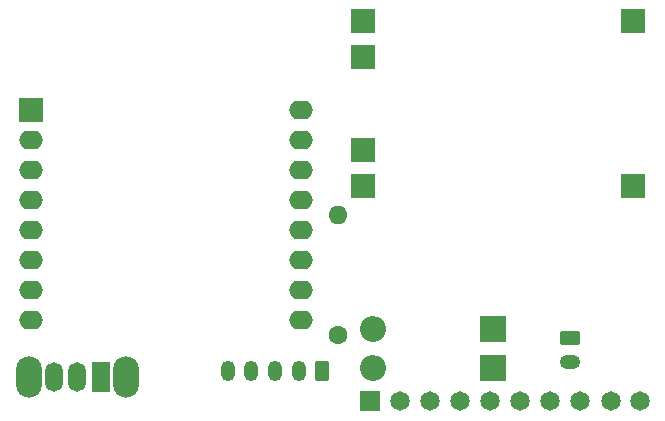
<source format=gbr>
%TF.GenerationSoftware,KiCad,Pcbnew,(6.0.2)*%
%TF.CreationDate,2022-05-25T22:27:01-04:00*%
%TF.ProjectId,breakout_slime,62726561-6b6f-4757-945f-736c696d652e,v0.1.4*%
%TF.SameCoordinates,Original*%
%TF.FileFunction,Soldermask,Top*%
%TF.FilePolarity,Negative*%
%FSLAX46Y46*%
G04 Gerber Fmt 4.6, Leading zero omitted, Abs format (unit mm)*
G04 Created by KiCad (PCBNEW (6.0.2)) date 2022-05-25 22:27:01*
%MOMM*%
%LPD*%
G01*
G04 APERTURE LIST*
G04 Aperture macros list*
%AMRoundRect*
0 Rectangle with rounded corners*
0 $1 Rounding radius*
0 $2 $3 $4 $5 $6 $7 $8 $9 X,Y pos of 4 corners*
0 Add a 4 corners polygon primitive as box body*
4,1,4,$2,$3,$4,$5,$6,$7,$8,$9,$2,$3,0*
0 Add four circle primitives for the rounded corners*
1,1,$1+$1,$2,$3*
1,1,$1+$1,$4,$5*
1,1,$1+$1,$6,$7*
1,1,$1+$1,$8,$9*
0 Add four rect primitives between the rounded corners*
20,1,$1+$1,$2,$3,$4,$5,0*
20,1,$1+$1,$4,$5,$6,$7,0*
20,1,$1+$1,$6,$7,$8,$9,0*
20,1,$1+$1,$8,$9,$2,$3,0*%
G04 Aperture macros list end*
%ADD10C,1.600000*%
%ADD11O,1.600000X1.600000*%
%ADD12C,1.651000*%
%ADD13R,1.651000X1.651000*%
%ADD14R,2.000000X2.000000*%
%ADD15O,2.000000X1.600000*%
%ADD16R,2.200000X2.200000*%
%ADD17O,2.200000X2.200000*%
%ADD18RoundRect,0.250000X0.350000X0.625000X-0.350000X0.625000X-0.350000X-0.625000X0.350000X-0.625000X0*%
%ADD19O,1.200000X1.750000*%
%ADD20O,2.200000X3.500000*%
%ADD21R,1.500000X2.500000*%
%ADD22O,1.500000X2.500000*%
%ADD23RoundRect,0.250000X-0.625000X0.350000X-0.625000X-0.350000X0.625000X-0.350000X0.625000X0.350000X0*%
%ADD24O,1.750000X1.200000*%
G04 APERTURE END LIST*
D10*
%TO.C,R1*%
X76673634Y-57293815D03*
D11*
X76673634Y-47133815D03*
%TD*%
D12*
%TO.C,U3*%
X102206037Y-62860969D03*
X99793037Y-62860969D03*
D13*
X79346037Y-62860969D03*
D12*
X81886037Y-62860969D03*
X84426037Y-62860969D03*
X86966037Y-62860969D03*
X89506037Y-62860969D03*
X92046037Y-62860969D03*
X94586037Y-62860969D03*
X97126037Y-62860969D03*
%TD*%
D14*
%TO.C,U2*%
X50631522Y-38208509D03*
D15*
X50631522Y-40748509D03*
X50631522Y-43288509D03*
X50631522Y-45828509D03*
X50631522Y-48368509D03*
X50631522Y-50908509D03*
X50631522Y-53448509D03*
X50631522Y-55988509D03*
X73491522Y-55988509D03*
X73491522Y-53448509D03*
X73491522Y-50908509D03*
X73491522Y-48368509D03*
X73491522Y-45828509D03*
X73491522Y-43288509D03*
X73491522Y-40748509D03*
X73491522Y-38208509D03*
%TD*%
D14*
%TO.C,U1*%
X101641015Y-44670579D03*
X101641015Y-30700579D03*
X78781015Y-30700579D03*
X78781015Y-33748579D03*
X78781015Y-41622579D03*
X78781015Y-44670579D03*
%TD*%
D16*
%TO.C,D2*%
X89770520Y-56750520D03*
D17*
X79610520Y-56750520D03*
%TD*%
D18*
%TO.C,J2*%
X75311000Y-60325000D03*
D19*
X73311000Y-60325000D03*
X71311000Y-60325000D03*
X69311000Y-60325000D03*
X67311000Y-60325000D03*
%TD*%
D16*
%TO.C,D1*%
X89789000Y-60071000D03*
D17*
X79629000Y-60071000D03*
%TD*%
D20*
%TO.C,SW1*%
X58674000Y-60814509D03*
X50474000Y-60814509D03*
D21*
X56574000Y-60814509D03*
D22*
X54574000Y-60814509D03*
X52574000Y-60814509D03*
%TD*%
D23*
%TO.C,J1*%
X96266000Y-57547000D03*
D24*
X96266000Y-59547000D03*
%TD*%
M02*

</source>
